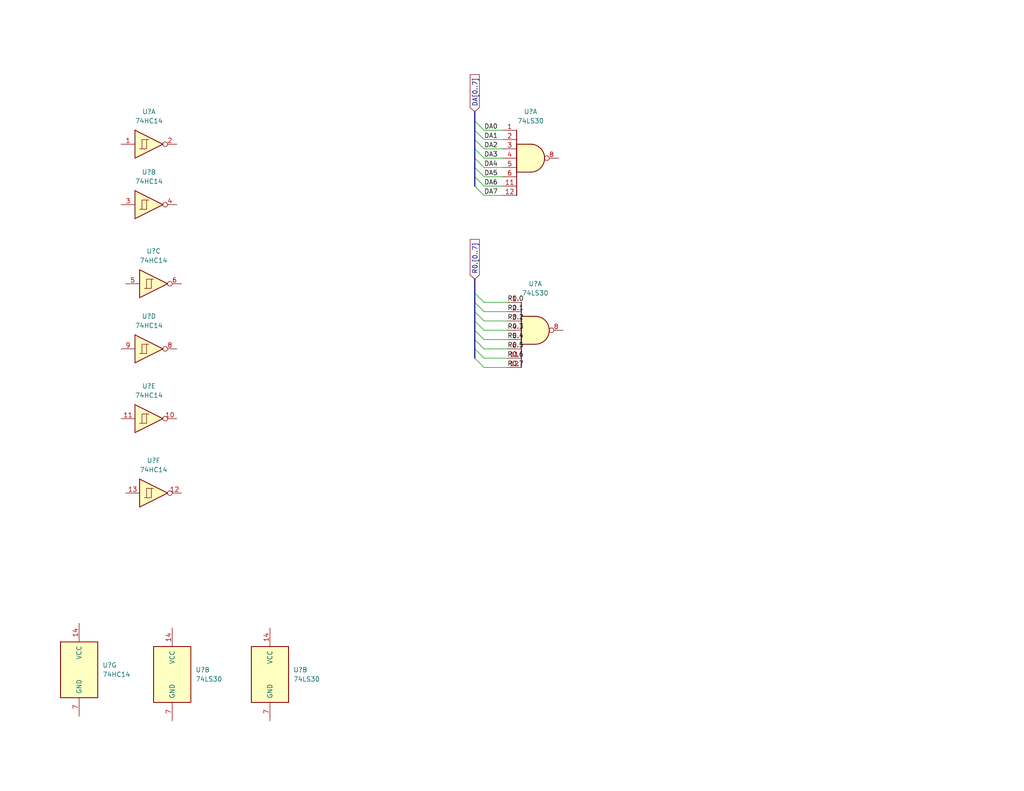
<source format=kicad_sch>
(kicad_sch (version 20211123) (generator eeschema)
  (paper "USLetter")
  (lib_symbols
    (symbol "74xx:74HC14" (pin_names (offset 1.016))
      (property "Reference" "U" (at 0 1.27 0))
      (property "Value" "74HC14" (at 0 -1.27 0))
      (symbol "74HC14_1_0"
        (polyline (pts (xy -3.81 3.81) (xy -3.81 -3.81) (xy 3.81 0) (xy -3.81 3.81)) (stroke (width 0.254)) (fill (type background)))
        (pin input line (at -7.62 0 0) (length 3.81) (name "~") (number "1"))
        (pin output inverted (at 7.62 0 180) (length 3.81) (name "~") (number "2"))
      )
      (symbol "74HC14_1_1"
        (polyline (pts (xy -1.905 -1.27) (xy -1.905 1.27) (xy -0.635 1.27)))
        (polyline (pts (xy -2.54 -1.27) (xy -0.635 -1.27) (xy -0.635 1.27) (xy 0 1.27)))
      )
      (symbol "74HC14_2_0"
        (polyline (pts (xy -3.81 3.81) (xy -3.81 -3.81) (xy 3.81 0) (xy -3.81 3.81)) (stroke (width 0.254)) (fill (type background)))
        (pin input line (at -7.62 0 0) (length 3.81) (name "~") (number "3"))
        (pin output inverted (at 7.62 0 180) (length 3.81) (name "~") (number "4"))
      )
      (symbol "74HC14_2_1"
        (polyline (pts (xy -1.905 -1.27) (xy -1.905 1.27) (xy -0.635 1.27)))
        (polyline (pts (xy -2.54 -1.27) (xy -0.635 -1.27) (xy -0.635 1.27) (xy 0 1.27)))
      )
      (symbol "74HC14_3_0"
        (polyline (pts (xy -3.81 3.81) (xy -3.81 -3.81) (xy 3.81 0) (xy -3.81 3.81)) (stroke (width 0.254)) (fill (type background)))
        (pin input line (at -7.62 0 0) (length 3.81) (name "~") (number "5"))
        (pin output inverted (at 7.62 0 180) (length 3.81) (name "~") (number "6"))
      )
      (symbol "74HC14_3_1"
        (polyline (pts (xy -1.905 -1.27) (xy -1.905 1.27) (xy -0.635 1.27)))
        (polyline (pts (xy -2.54 -1.27) (xy -0.635 -1.27) (xy -0.635 1.27) (xy 0 1.27)))
      )
      (symbol "74HC14_4_0"
        (polyline (pts (xy -3.81 3.81) (xy -3.81 -3.81) (xy 3.81 0) (xy -3.81 3.81)) (stroke (width 0.254)) (fill (type background)))
        (pin output inverted (at 7.62 0 180) (length 3.81) (name "~") (number "8"))
        (pin input line (at -7.62 0 0) (length 3.81) (name "~") (number "9"))
      )
      (symbol "74HC14_4_1"
        (polyline (pts (xy -1.905 -1.27) (xy -1.905 1.27) (xy -0.635 1.27)))
        (polyline (pts (xy -2.54 -1.27) (xy -0.635 -1.27) (xy -0.635 1.27) (xy 0 1.27)))
      )
      (symbol "74HC14_5_0"
        (polyline (pts (xy -3.81 3.81) (xy -3.81 -3.81) (xy 3.81 0) (xy -3.81 3.81)) (stroke (width 0.254)) (fill (type background)))
        (pin output inverted (at 7.62 0 180) (length 3.81) (name "~") (number "10"))
        (pin input line (at -7.62 0 0) (length 3.81) (name "~") (number "11"))
      )
      (symbol "74HC14_5_1"
        (polyline (pts (xy -1.905 -1.27) (xy -1.905 1.27) (xy -0.635 1.27)))
        (polyline (pts (xy -2.54 -1.27) (xy -0.635 -1.27) (xy -0.635 1.27) (xy 0 1.27)))
      )
      (symbol "74HC14_6_0"
        (polyline (pts (xy -3.81 3.81) (xy -3.81 -3.81) (xy 3.81 0) (xy -3.81 3.81)) (stroke (width 0.254)) (fill (type background)))
        (pin output inverted (at 7.62 0 180) (length 3.81) (name "~") (number "12"))
        (pin input line (at -7.62 0 0) (length 3.81) (name "~") (number "13"))
      )
      (symbol "74HC14_6_1"
        (polyline (pts (xy -1.905 -1.27) (xy -1.905 1.27) (xy -0.635 1.27)))
        (polyline (pts (xy -2.54 -1.27) (xy -0.635 -1.27) (xy -0.635 1.27) (xy 0 1.27)))
      )
      (symbol "74HC14_7_0"
        (pin power_in line (at 0 12.7 270) (length 5.08) (name "VCC") (number "14"))
        (pin power_in line (at 0 -12.7 90) (length 5.08) (name "GND") (number "7"))
      )
      (symbol "74HC14_7_1"
        (rectangle (start -5.08 7.62) (end 5.08 -7.62) (stroke (width 0.254)) (fill (type background)))
      )
    )
    (symbol "74xx:74LS30" (pin_names (offset 1.016))
      (property "Reference" "U" (at 0 1.27 0))
      (property "Value" "74LS30" (at 0 -1.27 0))
      (symbol "74LS30_1_1"
        (arc (start 0 -3.81) (mid 3.81 0) (end 0 3.81) (stroke (width 0.254)) (fill (type background)))
        (polyline (pts (xy -3.81 7.62) (xy -3.81 -10.16)) (stroke (width 0.254)))
        (polyline (pts (xy 0 3.81) (xy -3.81 3.81) (xy -3.81 -3.81) (xy 0 -3.81)) (stroke (width 0.254)) (fill (type background)))
        (pin input line (at -7.62 7.62 0) (length 3.81) (name "~") (number "1"))
        (pin input line (at -7.62 -7.62 0) (length 3.81) (name "~") (number "11"))
        (pin input line (at -7.62 -10.16 0) (length 3.81) (name "~") (number "12"))
        (pin input line (at -7.62 5.08 0) (length 3.81) (name "~") (number "2"))
        (pin input line (at -7.62 2.54 0) (length 3.81) (name "~") (number "3"))
        (pin input line (at -7.62 0 0) (length 3.81) (name "~") (number "4"))
        (pin input line (at -7.62 -2.54 0) (length 3.81) (name "~") (number "5"))
        (pin input line (at -7.62 -5.08 0) (length 3.81) (name "~") (number "6"))
        (pin output inverted (at 7.62 0 180) (length 3.81) (name "~") (number "8"))
      )
      (symbol "74LS30_1_2"
        (arc (start -3.81 -3.81) (mid -2.589 0) (end -3.81 3.81) (stroke (width 0.254)))
        (arc (start -0.6096 -3.81) (mid 2.1842 -2.5851) (end 3.81 0) (stroke (width 0.254)) (fill (type background)))
        (polyline (pts (xy -3.81 -3.81) (xy -3.81 -10.16)) (stroke (width 0.254)))
        (polyline (pts (xy -3.81 -3.81) (xy -0.635 -3.81)) (stroke (width 0.254)) (fill (type background)))
        (polyline (pts (xy -3.81 3.81) (xy -0.635 3.81)) (stroke (width 0.254)) (fill (type background)))
        (polyline (pts (xy -3.81 7.62) (xy -3.81 3.81)) (stroke (width 0.254)))
        (polyline (pts (xy -0.635 3.81) (xy -3.81 3.81) (xy -3.81 3.81) (xy -3.556 3.4036) (xy -3.0226 2.2606) (xy -2.6924 1.0414) (xy -2.6162 -0.254) (xy -2.7686 -1.4986) (xy -3.175 -2.7178) (xy -3.81 -3.81) (xy -3.81 -3.81) (xy -0.635 -3.81)) (stroke (width -25.4)) (fill (type background)))
        (arc (start 3.81 0) (mid 2.1915 2.5936) (end -0.6096 3.81) (stroke (width 0.254)) (fill (type background)))
        (pin input inverted (at -7.62 7.62 0) (length 3.81) (name "~") (number "1"))
        (pin input inverted (at -7.62 -7.62 0) (length 3.81) (name "~") (number "11"))
        (pin input inverted (at -7.62 -10.16 0) (length 3.81) (name "~") (number "12"))
        (pin input inverted (at -7.62 5.08 0) (length 3.81) (name "~") (number "2"))
        (pin input inverted (at -7.62 2.54 0) (length 4.5466) (name "~") (number "3"))
        (pin input inverted (at -7.62 0 0) (length 5.08) (name "~") (number "4"))
        (pin input inverted (at -7.62 -2.54 0) (length 4.5466) (name "~") (number "5"))
        (pin input inverted (at -7.62 -5.08 0) (length 3.81) (name "~") (number "6"))
        (pin output line (at 7.62 0 180) (length 3.81) (name "~") (number "8"))
      )
      (symbol "74LS30_2_0"
        (pin power_in line (at 0 12.7 270) (length 5.08) (name "VCC") (number "14"))
        (pin power_in line (at 0 -12.7 90) (length 5.08) (name "GND") (number "7"))
      )
      (symbol "74LS30_2_1"
        (rectangle (start -5.08 7.62) (end 5.08 -7.62) (stroke (width 0.254)) (fill (type background)))
      )
    )
  )
  (bus_entry (at 129.54 43.18) (size 2.54 2.54))
  (bus_entry (at 129.54 35.56) (size 2.54 2.54))
  (bus_entry (at 129.54 38.1) (size 2.54 2.54))
  (bus_entry (at 129.54 80.01) (size 2.54 2.54))
  (bus_entry (at 129.54 95.25) (size 2.54 2.54))
  (bus_entry (at 129.54 48.26) (size 2.54 2.54))
  (bus_entry (at 129.54 50.8) (size 2.54 2.54))
  (bus_entry (at 129.54 87.63) (size 2.54 2.54))
  (bus_entry (at 129.54 97.79) (size 2.54 2.54))
  (bus_entry (at 129.54 85.09) (size 2.54 2.54))
  (bus_entry (at 129.54 90.17) (size 2.54 2.54))
  (bus_entry (at 129.54 92.71) (size 2.54 2.54))
  (bus_entry (at 129.54 45.72) (size 2.54 2.54))
  (bus_entry (at 129.54 40.64) (size 2.54 2.54))
  (bus_entry (at 129.54 33.02) (size 2.54 2.54))
  (bus_entry (at 129.54 82.55) (size 2.54 2.54))
  (wire (pts (xy 132.08 45.72) (xy 137.16 45.72)))
  (wire (pts (xy 132.08 90.17) (xy 138.43 90.17)))
  (bus (pts (xy 129.54 92.71) (xy 129.54 95.25)))
  (bus (pts (xy 129.54 95.25) (xy 129.54 97.79)))
  (wire (pts (xy 132.08 53.34) (xy 137.16 53.34)))
  (wire (pts (xy 132.08 87.63) (xy 138.43 87.63)))
  (bus (pts (xy 129.54 45.72) (xy 129.54 48.26)))
  (wire (pts (xy 132.08 35.56) (xy 137.16 35.56)))
  (bus (pts (xy 129.54 85.09) (xy 129.54 87.63)))
  (wire (pts (xy 132.08 82.55) (xy 138.43 82.55)))
  (wire (pts (xy 132.08 95.25) (xy 138.43 95.25)))
  (wire (pts (xy 132.08 97.79) (xy 138.43 97.79)))
  (wire (pts (xy 132.08 40.64) (xy 137.16 40.64)))
  (wire (pts (xy 132.08 50.8) (xy 137.16 50.8)))
  (bus (pts (xy 129.54 35.56) (xy 129.54 38.1)))
  (bus (pts (xy 129.54 76.2) (xy 129.54 80.01)))
  (bus (pts (xy 129.54 30.48) (xy 129.54 33.02)))
  (wire (pts (xy 132.08 43.18) (xy 137.16 43.18)))
  (bus (pts (xy 129.54 48.26) (xy 129.54 50.8)))
  (wire (pts (xy 132.08 48.26) (xy 137.16 48.26)))
  (bus (pts (xy 129.54 80.01) (xy 129.54 82.55)))
  (wire (pts (xy 132.08 85.09) (xy 138.43 85.09)))
  (bus (pts (xy 129.54 82.55) (xy 129.54 85.09)))
  (bus (pts (xy 129.54 38.1) (xy 129.54 40.64)))
  (bus (pts (xy 129.54 87.63) (xy 129.54 90.17)))
  (wire (pts (xy 132.08 92.71) (xy 138.43 92.71)))
  (bus (pts (xy 129.54 43.18) (xy 129.54 45.72)))
  (wire (pts (xy 132.08 100.33) (xy 138.43 100.33)))
  (bus (pts (xy 129.54 33.02) (xy 129.54 35.56)))
  (bus (pts (xy 129.54 40.64) (xy 129.54 43.18)))
  (bus (pts (xy 129.54 90.17) (xy 129.54 92.71)))
  (wire (pts (xy 132.08 38.1) (xy 137.16 38.1)))
  (label "DA7" (at 132.08 53.34 0))
  (label "DA3" (at 132.08 43.18 0))
  (label "R0.1" (at 138.43 85.09 0))
  (label "DA1" (at 132.08 38.1 0))
  (label "R0.7" (at 138.43 100.33 0))
  (label "DA0" (at 132.08 35.56 0))
  (label "R0.3" (at 138.43 90.17 0))
  (label "DA6" (at 132.08 50.8 0))
  (label "R0.0" (at 138.43 82.55 0))
  (label "R0.6" (at 138.43 97.79 0))
  (label "DA5" (at 132.08 48.26 0))
  (label "R0.4" (at 138.43 92.71 0))
  (label "DA2" (at 132.08 40.64 0))
  (label "R0.2" (at 138.43 87.63 0))
  (label "DA4" (at 132.08 45.72 0))
  (label "R0.5" (at 138.43 95.25 0))
  (global_label "R0.[0..7]" (shape input) (at 129.54 76.2 90) (property "Intersheet References" "${INTERSHEET_REFS}" (effects hide)))
  (global_label "DA[0..7]" (shape input) (at 129.54 30.48 90) (property "Intersheet References" "${INTERSHEET_REFS}" (effects hide)))
  (symbol (lib_id "74xx:74HC14") (at 21.59 182.88 0) (unit 7)
    (property "Reference" "U?" (at 27.94 181.6099 0) (effects (justify left)))
    (property "Value" "74HC14" (at 27.94 184.1499 0) (effects (justify left)))
    (property "Datasheet" "http://www.ti.com/lit/gpn/sn74HC14" (effects hide))
  )
  (symbol (lib_id "74xx:74LS30") (at 144.78 43.18 0) (unit 1)
    (property "Reference" "U?" (at 144.78 30.48 0))
    (property "Value" "74LS30" (at 144.78 33.02 0))
    (property "Datasheet" "http://www.ti.com/lit/gpn/sn74LS30" (effects hide))
  )
  (symbol (lib_id "74xx:74HC14") (at 40.64 55.88 0) (unit 2)
    (property "Reference" "U?" (at 40.64 46.99 0))
    (property "Value" "74HC14" (at 40.64 49.53 0))
    (property "Datasheet" "http://www.ti.com/lit/gpn/sn74HC14" (effects hide))
  )
  (symbol (lib_id "74xx:74LS30") (at 46.99 184.15 0) (unit 2)
    (property "Reference" "U?" (at 53.34 182.8799 0) (effects (justify left)))
    (property "Value" "74LS30" (at 53.34 185.4199 0) (effects (justify left)))
    (property "Datasheet" "http://www.ti.com/lit/gpn/sn74LS30" (effects hide))
  )
  (symbol (lib_id "74xx:74LS30") (at 73.66 184.15 0) (unit 2)
    (property "Reference" "U?" (at 80.01 182.8799 0) (effects (justify left)))
    (property "Value" "74LS30" (at 80.01 185.4199 0) (effects (justify left)))
    (property "Datasheet" "http://www.ti.com/lit/gpn/sn74LS30" (effects hide))
  )
  (symbol (lib_id "74xx:74HC14") (at 40.64 39.37 0) (unit 1)
    (property "Reference" "U?" (at 40.64 30.48 0))
    (property "Value" "74HC14" (at 40.64 33.02 0))
    (property "Datasheet" "http://www.ti.com/lit/gpn/sn74HC14" (effects hide))
  )
  (symbol (lib_id "74xx:74LS30") (at 146.05 90.17 0) (unit 1)
    (property "Reference" "U?" (at 146.05 77.47 0))
    (property "Value" "74LS30" (at 146.05 80.01 0))
    (property "Datasheet" "http://www.ti.com/lit/gpn/sn74LS30" (effects hide))
  )
  (symbol (lib_id "74xx:74HC14") (at 41.91 134.62 0) (unit 6)
    (property "Reference" "U?" (at 41.91 125.73 0))
    (property "Value" "74HC14" (at 41.91 128.27 0))
    (property "Datasheet" "http://www.ti.com/lit/gpn/sn74HC14" (effects hide))
  )
  (symbol (lib_id "74xx:74HC14") (at 41.91 77.47 0) (unit 3)
    (property "Reference" "U?" (at 41.91 68.58 0))
    (property "Value" "74HC14" (at 41.91 71.12 0))
    (property "Datasheet" "http://www.ti.com/lit/gpn/sn74HC14" (effects hide))
  )
  (symbol (lib_id "74xx:74HC14") (at 40.64 114.3 0) (unit 5)
    (property "Reference" "U?" (at 40.64 105.41 0))
    (property "Value" "74HC14" (at 40.64 107.95 0))
    (property "Datasheet" "http://www.ti.com/lit/gpn/sn74HC14" (effects hide))
  )
  (symbol (lib_id "74xx:74HC14") (at 40.64 95.25 0) (unit 4)
    (property "Reference" "U?" (at 40.64 86.36 0))
    (property "Value" "74HC14" (at 40.64 88.9 0))
    (property "Datasheet" "http://www.ti.com/lit/gpn/sn74HC14" (effects hide))
  )
)
</source>
